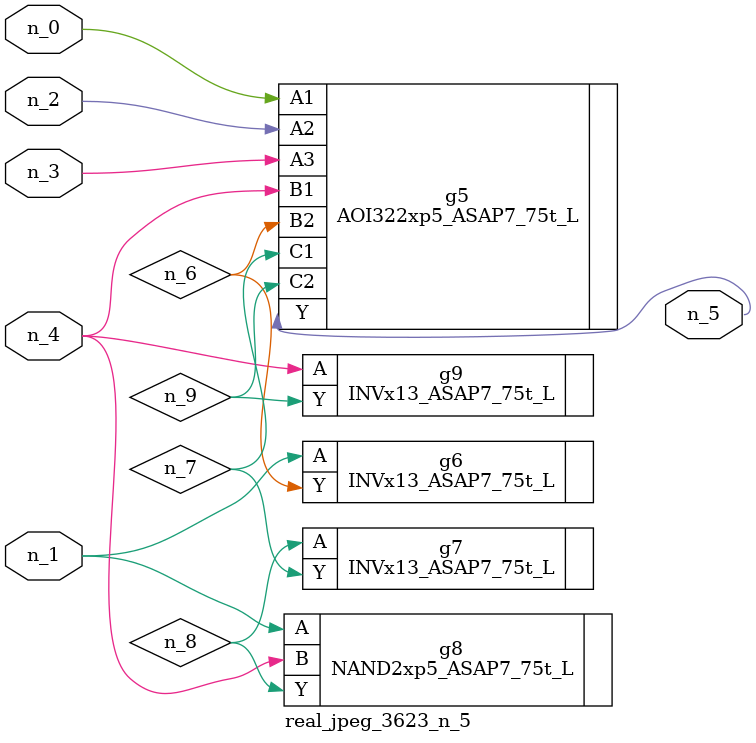
<source format=v>
module real_jpeg_3623_n_5 (n_4, n_0, n_1, n_2, n_3, n_5);

input n_4;
input n_0;
input n_1;
input n_2;
input n_3;

output n_5;

wire n_8;
wire n_6;
wire n_7;
wire n_9;

AOI322xp5_ASAP7_75t_L g5 ( 
.A1(n_0),
.A2(n_2),
.A3(n_3),
.B1(n_4),
.B2(n_6),
.C1(n_7),
.C2(n_9),
.Y(n_5)
);

INVx13_ASAP7_75t_L g6 ( 
.A(n_1),
.Y(n_6)
);

NAND2xp5_ASAP7_75t_L g8 ( 
.A(n_1),
.B(n_4),
.Y(n_8)
);

INVx13_ASAP7_75t_L g9 ( 
.A(n_4),
.Y(n_9)
);

INVx13_ASAP7_75t_L g7 ( 
.A(n_8),
.Y(n_7)
);


endmodule
</source>
